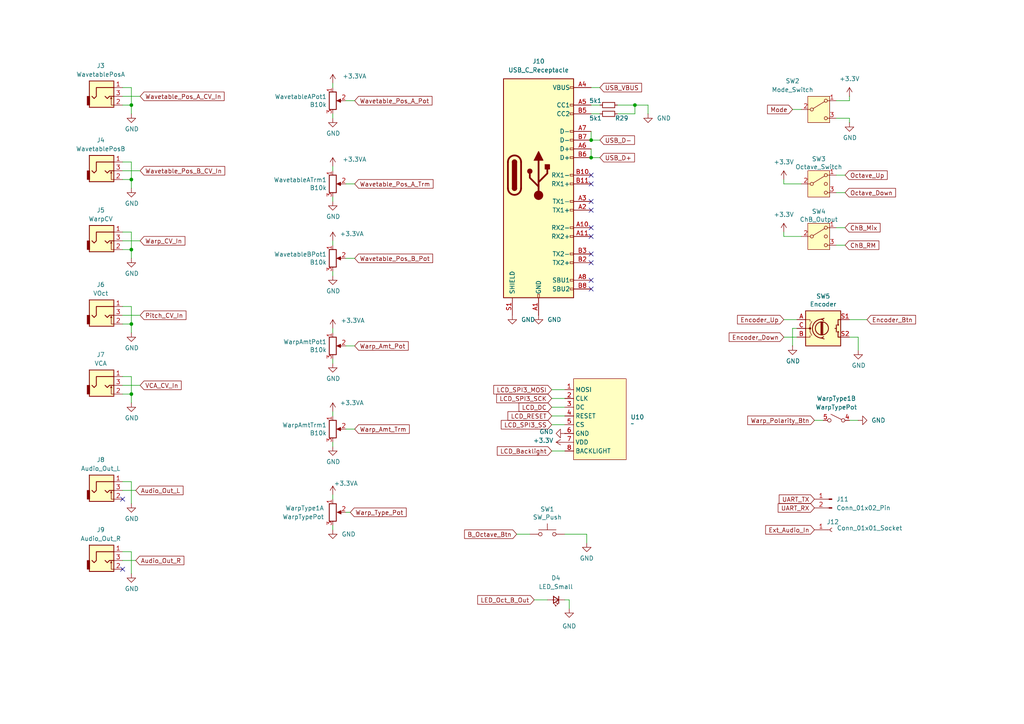
<source format=kicad_sch>
(kicad_sch (version 20231120) (generator "eeschema") (generator_version "8.0")
  (paper "A4")
  (title_block (title "Kishoof Controls") (date "2024-04-09") (rev "1.0") (company "Mountjoy Modular"))
  (lib_symbols
    (symbol "Connector:Conn_01x01_Socket" (pin_names (offset 1.016) hide)
      (property "Reference" "J" (at 0 2.54 0))
      (property "Value" "Conn_01x01_Socket" (at 0 -2.54 0))
      (symbol "Conn_01x01_Socket_1_1"
        (polyline (pts (xy -1.27 0) (xy -0.508 0)) (stroke (width 0.1524)))
        (arc (start 0 0.508) (mid -0.5058 0) (end 0 -0.508) (stroke (width 0.1524)))
        (pin passive line (at -5.08 0 0) (length 3.81) (name "Pin_1") (number "1"))
      )
    )
    (symbol "Connector:Conn_01x02_Pin" (pin_names (offset 1.016) hide)
      (property "Reference" "J" (at 0 2.54 0))
      (property "Value" "Conn_01x02_Pin" (at 0 -5.08 0))
      (symbol "Conn_01x02_Pin_1_1"
        (polyline (pts (xy 1.27 -2.54) (xy 0.8636 -2.54)) (stroke (width 0.1524)))
        (polyline (pts (xy 1.27 0) (xy 0.8636 0)) (stroke (width 0.1524)))
        (rectangle (start 0.8636 -2.413) (end 0 -2.667) (stroke (width 0.1524)) (fill (type outline)))
        (rectangle (start 0.8636 0.127) (end 0 -0.127) (stroke (width 0.1524)) (fill (type outline)))
        (pin passive line (at 5.08 0 180) (length 3.81) (name "Pin_1") (number "1"))
        (pin passive line (at 5.08 -2.54 180) (length 3.81) (name "Pin_2") (number "2"))
      )
    )
    (symbol "Connector:USB_C_Receptacle" (pin_names (offset 1.016))
      (property "Reference" "J" (at -10.16 29.21 0))
      (property "Value" "USB_C_Receptacle" (at 10.16 29.21 0))
      (symbol "USB_C_Receptacle_0_0"
        (rectangle (start -0.254 -35.56) (end 0.254 -34.544))
        (rectangle (start 10.16 -32.766) (end 9.144 -33.274))
        (rectangle (start 10.16 -30.226) (end 9.144 -30.734))
        (rectangle (start 10.16 -25.146) (end 9.144 -25.654))
        (rectangle (start 10.16 -22.606) (end 9.144 -23.114))
        (rectangle (start 10.16 -17.526) (end 9.144 -18.034))
        (rectangle (start 10.16 -14.986) (end 9.144 -15.494))
        (rectangle (start 10.16 -9.906) (end 9.144 -10.414))
        (rectangle (start 10.16 -7.366) (end 9.144 -7.874))
        (rectangle (start 10.16 -2.286) (end 9.144 -2.794))
        (rectangle (start 10.16 0.254) (end 9.144 -0.254))
        (rectangle (start 10.16 5.334) (end 9.144 4.826))
        (rectangle (start 10.16 7.874) (end 9.144 7.366))
        (rectangle (start 10.16 10.414) (end 9.144 9.906))
        (rectangle (start 10.16 12.954) (end 9.144 12.446))
        (rectangle (start 10.16 18.034) (end 9.144 17.526))
        (rectangle (start 10.16 20.574) (end 9.144 20.066))
        (rectangle (start 10.16 25.654) (end 9.144 25.146))
      )
      (symbol "USB_C_Receptacle_0_1"
        (rectangle (start -10.16 27.94) (end 10.16 -35.56) (stroke (width 0.254)) (fill (type background)))
        (arc (start -8.89 -3.81) (mid -6.985 -5.7067) (end -5.08 -3.81) (stroke (width 0.508)))
        (arc (start -7.62 -3.81) (mid -6.985 -4.4423) (end -6.35 -3.81) (stroke (width 0.254)))
        (arc (start -7.62 -3.81) (mid -6.985 -4.4423) (end -6.35 -3.81) (stroke (width 0.254)) (fill (type outline)))
        (rectangle (start -7.62 -3.81) (end -6.35 3.81) (stroke (width 0.254)) (fill (type outline)))
        (arc (start -6.35 3.81) (mid -6.985 4.4423) (end -7.62 3.81) (stroke (width 0.254)))
        (arc (start -6.35 3.81) (mid -6.985 4.4423) (end -7.62 3.81) (stroke (width 0.254)) (fill (type outline)))
        (arc (start -5.08 3.81) (mid -6.985 5.7067) (end -8.89 3.81) (stroke (width 0.508)))
        (polyline (pts (xy -8.89 -3.81) (xy -8.89 3.81)) (stroke (width 0.508)))
        (polyline (pts (xy -5.08 3.81) (xy -5.08 -3.81)) (stroke (width 0.508)))
      )
      (symbol "USB_C_Receptacle_1_1"
        (circle (center -2.54 1.143) (radius 0.635) (stroke (width 0.254)) (fill (type outline)))
        (circle (center 0 -5.842) (radius 1.27) (fill (type outline)))
        (polyline (pts (xy 0 -5.842) (xy 0 4.318)) (stroke (width 0.508)))
        (polyline (pts (xy 0 -3.302) (xy -2.54 -0.762) (xy -2.54 0.508)) (stroke (width 0.508)))
        (polyline (pts (xy 0 -2.032) (xy 2.54 0.508) (xy 2.54 1.778)) (stroke (width 0.508)))
        (polyline (pts (xy -1.27 4.318) (xy 0 6.858) (xy 1.27 4.318) (xy -1.27 4.318)) (stroke (width 0.254)) (fill (type outline)))
        (rectangle (start 1.905 1.778) (end 3.175 3.048) (stroke (width 0.254)) (fill (type outline)))
        (pin passive line (at 0 -40.64 90) (length 5.08) (name "GND") (number "A1"))
        (pin bidirectional line (at 15.24 -15.24 180) (length 5.08) (name "RX2-") (number "A10"))
        (pin bidirectional line (at 15.24 -17.78 180) (length 5.08) (name "RX2+") (number "A11"))
        (pin passive line (at 0 -40.64 90) (length 5.08) hide (name "GND") (number "A12"))
        (pin bidirectional line (at 15.24 -10.16 180) (length 5.08) (name "TX1+") (number "A2"))
        (pin bidirectional line (at 15.24 -7.62 180) (length 5.08) (name "TX1-") (number "A3"))
        (pin passive line (at 15.24 25.4 180) (length 5.08) (name "VBUS") (number "A4"))
        (pin bidirectional line (at 15.24 20.32 180) (length 5.08) (name "CC1") (number "A5"))
        (pin bidirectional line (at 15.24 7.62 180) (length 5.08) (name "D+") (number "A6"))
        (pin bidirectional line (at 15.24 12.7 180) (length 5.08) (name "D-") (number "A7"))
        (pin bidirectional line (at 15.24 -30.48 180) (length 5.08) (name "SBU1") (number "A8"))
        (pin passive line (at 15.24 25.4 180) (length 5.08) hide (name "VBUS") (number "A9"))
        (pin passive line (at 0 -40.64 90) (length 5.08) hide (name "GND") (number "B1"))
        (pin bidirectional line (at 15.24 0 180) (length 5.08) (name "RX1-") (number "B10"))
        (pin bidirectional line (at 15.24 -2.54 180) (length 5.08) (name "RX1+") (number "B11"))
        (pin passive line (at 0 -40.64 90) (length 5.08) hide (name "GND") (number "B12"))
        (pin bidirectional line (at 15.24 -25.4 180) (length 5.08) (name "TX2+") (number "B2"))
        (pin bidirectional line (at 15.24 -22.86 180) (length 5.08) (name "TX2-") (number "B3"))
        (pin passive line (at 15.24 25.4 180) (length 5.08) hide (name "VBUS") (number "B4"))
        (pin bidirectional line (at 15.24 17.78 180) (length 5.08) (name "CC2") (number "B5"))
        (pin bidirectional line (at 15.24 5.08 180) (length 5.08) (name "D+") (number "B6"))
        (pin bidirectional line (at 15.24 10.16 180) (length 5.08) (name "D-") (number "B7"))
        (pin bidirectional line (at 15.24 -33.02 180) (length 5.08) (name "SBU2") (number "B8"))
        (pin passive line (at 15.24 25.4 180) (length 5.08) hide (name "VBUS") (number "B9"))
        (pin passive line (at -7.62 -40.64 90) (length 5.08) (name "SHIELD") (number "S1"))
      )
    )
    (symbol "Device:LED_Small" (pin_numbers hide) (pin_names (offset 0.254) hide)
      (property "Reference" "D" (at -1.27 3.175 0))
      (property "Value" "LED_Small" (at -4.445 -2.54 0))
      (symbol "LED_Small_0_1"
        (polyline (pts (xy -0.762 -1.016) (xy -0.762 1.016)) (stroke (width 0.254)))
        (polyline (pts (xy 1.016 0) (xy -0.762 0)))
        (polyline (pts (xy 0.762 -1.016) (xy -0.762 0) (xy 0.762 1.016) (xy 0.762 -1.016)) (stroke (width 0.254)))
        (polyline (pts (xy 0 0.762) (xy -0.508 1.27) (xy -0.254 1.27) (xy -0.508 1.27) (xy -0.508 1.016)))
        (polyline (pts (xy 0.508 1.27) (xy 0 1.778) (xy 0.254 1.778) (xy 0 1.778) (xy 0 1.524)))
      )
      (symbol "LED_Small_1_1"
        (pin passive line (at -2.54 0 0) (length 1.778) (name "K") (number "1"))
        (pin passive line (at 2.54 0 180) (length 1.778) (name "A") (number "2"))
      )
    )
    (symbol "Device:R_Potentiometer" (pin_names (offset 1.016) hide)
      (property "Reference" "RV" (at -4.445 0 90))
      (property "Value" "R_Potentiometer" (at -2.54 0 90))
      (symbol "R_Potentiometer_0_1"
        (polyline (pts (xy 2.54 0) (xy 1.524 0)))
        (polyline (pts (xy 1.143 0) (xy 2.286 0.508) (xy 2.286 -0.508) (xy 1.143 0)) (fill (type outline)))
        (rectangle (start 1.016 2.54) (end -1.016 -2.54) (stroke (width 0.254)))
      )
      (symbol "R_Potentiometer_1_1"
        (pin passive line (at 0 3.81 270) (length 1.27) (name "1") (number "1"))
        (pin passive line (at 3.81 0 180) (length 1.27) (name "2") (number "2"))
        (pin passive line (at 0 -3.81 90) (length 1.27) (name "3") (number "3"))
      )
    )
    (symbol "Device:R_Small" (pin_numbers hide) (pin_names (offset 0.254) hide)
      (property "Reference" "R" (at 0.762 0.508 0))
      (property "Value" "R_Small" (at 0.762 -1.016 0))
      (symbol "R_Small_0_1"
        (rectangle (start -0.762 1.778) (end 0.762 -1.778) (stroke (width 0.2032)))
      )
      (symbol "R_Small_1_1"
        (pin passive line (at 0 2.54 270) (length 0.762) (name "~") (number "1"))
        (pin passive line (at 0 -2.54 90) (length 0.762) (name "~") (number "2"))
      )
    )
    (symbol "Device:RotaryEncoder_Switch" (pin_names (offset 0.254) hide)
      (property "Reference" "SW" (at 0 6.604 0))
      (property "Value" "RotaryEncoder_Switch" (at 0 -6.604 0))
      (symbol "RotaryEncoder_Switch_0_1"
        (rectangle (start -5.08 5.08) (end 5.08 -5.08) (stroke (width 0.254)) (fill (type background)))
        (circle (center -3.81 0) (radius 0.254) (fill (type outline)))
        (circle (center -0.381 0) (radius 1.905) (stroke (width 0.254)))
        (arc (start -0.381 2.667) (mid -3.0988 -0.0635) (end -0.381 -2.794) (stroke (width 0.254)))
        (polyline (pts (xy -0.635 -1.778) (xy -0.635 1.778)) (stroke (width 0.254)))
        (polyline (pts (xy -0.381 -1.778) (xy -0.381 1.778)) (stroke (width 0.254)))
        (polyline (pts (xy -0.127 1.778) (xy -0.127 -1.778)) (stroke (width 0.254)))
        (polyline (pts (xy 3.81 0) (xy 3.429 0)) (stroke (width 0.254)))
        (polyline (pts (xy 3.81 1.016) (xy 3.81 -1.016)) (stroke (width 0.254)))
        (polyline (pts (xy -5.08 -2.54) (xy -3.81 -2.54) (xy -3.81 -2.032)))
        (polyline (pts (xy -5.08 2.54) (xy -3.81 2.54) (xy -3.81 2.032)))
        (polyline (pts (xy 0.254 -3.048) (xy -0.508 -2.794) (xy 0.127 -2.413)) (stroke (width 0.254)))
        (polyline (pts (xy 0.254 2.921) (xy -0.508 2.667) (xy 0.127 2.286)) (stroke (width 0.254)))
        (polyline (pts (xy 5.08 -2.54) (xy 4.318 -2.54) (xy 4.318 -1.016)) (stroke (width 0.254)))
        (polyline (pts (xy 5.08 2.54) (xy 4.318 2.54) (xy 4.318 1.016)) (stroke (width 0.254)))
        (polyline (pts (xy -5.08 0) (xy -3.81 0) (xy -3.81 -1.016) (xy -3.302 -2.032)))
        (polyline (pts (xy -4.318 0) (xy -3.81 0) (xy -3.81 1.016) (xy -3.302 2.032)))
        (circle (center 4.318 -1.016) (radius 0.127) (stroke (width 0.254)))
        (circle (center 4.318 1.016) (radius 0.127) (stroke (width 0.254)))
      )
      (symbol "RotaryEncoder_Switch_1_1"
        (pin passive line (at -7.62 2.54 0) (length 2.54) (name "A") (number "A"))
        (pin passive line (at -7.62 -2.54 0) (length 2.54) (name "B") (number "B"))
        (pin passive line (at -7.62 0 0) (length 2.54) (name "C") (number "C"))
        (pin passive line (at 7.62 2.54 180) (length 2.54) (name "S1") (number "S1"))
        (pin passive line (at 7.62 -2.54 180) (length 2.54) (name "S2") (number "S2"))
      )
    )
    (symbol "Mountjoy:LCD_Riser"
      (property "Reference" "U" (at 0 -14.732 0))
      (symbol "LCD_Riser_0_0"
        (pin input line (at -10.16 7.62 0) (length 2.54) (name "MOSI") (number "1"))
        (pin input line (at -10.16 5.08 0) (length 2.54) (name "CLK") (number "2"))
        (pin input line (at -10.16 2.54 0) (length 2.54) (name "DC") (number "3"))
        (pin input line (at -10.16 0 0) (length 2.54) (name "RESET") (number "4"))
        (pin input line (at -10.16 -2.54 0) (length 2.54) (name "CS") (number "5"))
        (pin power_in line (at -10.16 -5.08 0) (length 2.54) (name "GND") (number "6"))
        (pin power_in line (at -10.16 -7.62 0) (length 2.54) (name "VDD") (number "7"))
        (pin input line (at -10.16 -10.16 0) (length 2.54) (name "BACKLIGHT") (number "8"))
      )
      (symbol "LCD_Riser_0_1"
        (rectangle (start -7.62 10.795) (end 7.62 -12.7) (fill (type background)))
      )
    )
    (symbol "Mountjoy:Switch_Potentiometer" (pin_names (offset 1.016) hide)
      (property "Reference" "RV" (at -7.62 1.27 90))
      (property "Value" "Switch_Potentiometer" (at -5.08 0 90))
      (symbol "Switch_Potentiometer_1_1"
        (rectangle (start -1.016 2.4892) (end 1.016 -2.5908) (stroke (width 0.254)))
        (polyline (pts (xy 1.27 0) (xy 2.413 0.508) (xy 2.413 -0.508) (xy 1.27 0)) (fill (type outline)))
        (pin passive line (at 0 3.81 270) (length 1.27) (name "1") (number "1"))
        (pin passive line (at 3.81 0 180) (length 1.27) (name "2") (number "2"))
        (pin passive line (at 0 -3.81 90) (length 1.27) (name "3") (number "3"))
      )
      (symbol "Switch_Potentiometer_2_0"
        (circle (center -1.9812 0) (radius 0.508))
        (polyline (pts (xy -1.4732 0.254) (xy 1.5748 1.778)))
        (circle (center 2.032 0) (radius 0.508))
      )
      (symbol "Switch_Potentiometer_2_1"
        (pin passive line (at -3.81 0 0) (length 1.27) (name "1") (number "4"))
        (pin passive line (at 3.81 0 180) (length 1.27) (name "2") (number "5"))
      )
    )
    (symbol "Switch:SW_Push" (pin_numbers hide) (pin_names (offset 1.016) hide)
      (property "Reference" "SW" (at 1.27 2.54 0))
      (property "Value" "SW_Push" (at 0 -1.524 0))
      (symbol "SW_Push_0_1"
        (circle (center -2.032 0) (radius 0.508))
        (polyline (pts (xy 0 1.27) (xy 0 3.048)))
        (polyline (pts (xy 2.54 1.27) (xy -2.54 1.27)))
        (circle (center 2.032 0) (radius 0.508))
        (pin passive line (at -5.08 0 0) (length 2.54) (name "1") (number "1"))
        (pin passive line (at 5.08 0 180) (length 2.54) (name "2") (number "2"))
      )
    )
    (symbol "Switch:SW_SPDT" (pin_names (offset 0) hide)
      (property "Reference" "SW" (at 0 5.08 0))
      (property "Value" "SW_SPDT" (at 0 -5.08 0))
      (symbol "SW_SPDT_0_1"
        (circle (center -2.032 0) (radius 0.4572))
        (polyline (pts (xy -1.651 0.254) (xy 1.651 2.286)))
        (circle (center 2.032 -2.54) (radius 0.4572))
        (circle (center 2.032 2.54) (radius 0.4572))
      )
      (symbol "SW_SPDT_1_1"
        (rectangle (start -3.175 3.81) (end 3.175 -3.81) (fill (type background)))
        (pin passive line (at 5.08 2.54 180) (length 2.54) (name "A") (number "1"))
        (pin passive line (at -5.08 0 0) (length 2.54) (name "B") (number "2"))
        (pin passive line (at 5.08 -2.54 180) (length 2.54) (name "C") (number "3"))
      )
    )
    (symbol "Switch:SW_SPDT_MSM" (pin_names (offset 0) hide)
      (property "Reference" "SW" (at 0 5.08 0))
      (property "Value" "SW_SPDT_MSM" (at 0 -5.08 0))
      (symbol "SW_SPDT_MSM_0_1"
        (circle (center -2.032 0) (radius 0.4572))
        (polyline (pts (xy -1.651 0.254) (xy 1.651 2.286)))
        (circle (center 2.032 -2.54) (radius 0.4572))
        (circle (center 2.032 0) (radius 0.4572))
        (circle (center 2.032 2.54) (radius 0.4572))
      )
      (symbol "SW_SPDT_MSM_1_1"
        (rectangle (start -3.175 3.81) (end 3.175 -3.81) (fill (type background)))
        (pin passive line (at 5.08 2.54 180) (length 2.54) (name "1") (number "1"))
        (pin passive line (at -5.08 0 0) (length 2.54) (name "3") (number "2"))
        (pin passive line (at 5.08 -2.54 180) (length 2.54) (name "4") (number "3"))
      )
    )
    (symbol "power:+3.3V" (power) (pin_numbers hide) (pin_names (offset 0) hide)
      (property "Value" "+3.3V" (at 0 3.556 0))
      (symbol "+3.3V_0_1"
        (polyline (pts (xy -0.762 1.27) (xy 0 2.54)))
        (polyline (pts (xy 0 0) (xy 0 2.54)))
        (polyline (pts (xy 0 2.54) (xy 0.762 1.27)))
      )
      (symbol "+3.3V_1_1"
        (pin power_in line (at 0 0 90) (length 0) (name "~") (number "1"))
      )
    )
    (symbol "power:+3.3VA" (power) (pin_numbers hide) (pin_names (offset 0) hide)
      (property "Value" "+3.3VA" (at 0 3.556 0))
      (symbol "+3.3VA_0_1"
        (polyline (pts (xy -0.762 1.27) (xy 0 2.54)))
        (polyline (pts (xy 0 0) (xy 0 2.54)))
        (polyline (pts (xy 0 2.54) (xy 0.762 1.27)))
      )
      (symbol "+3.3VA_1_1"
        (pin power_in line (at 0 0 90) (length 0) (name "~") (number "1"))
      )
    )
    (symbol "power:GND" (power) (pin_numbers hide) (pin_names (offset 0) hide)
      (property "Value" "GND" (at 0 -3.81 0))
      (symbol "GND_0_1"
        (polyline (pts (xy 0 0) (xy 0 -1.27) (xy 1.27 -1.27) (xy 0 -2.54) (xy -1.27 -1.27) (xy 0 -1.27)))
      )
      (symbol "GND_1_1"
        (pin power_in line (at 0 0 270) (length 0) (name "~") (number "1"))
      )
    )
    (symbol "thonkiconn:AudioJack2_Ground_Switch" (pin_names (offset 1.016))
      (property "Reference" "J" (at 0 8.89 0))
      (property "Value" "AudioJack2_Ground_Switch" (at 0 6.35 0))
      (symbol "AudioJack2_Ground_Switch_0_1"
        (rectangle (start -4.445 -2.54) (end -5.207 0) (fill (type outline)))
        (polyline (pts (xy 1.778 -0.254) (xy 2.032 -0.762)))
        (polyline (pts (xy 0 0) (xy 0.635 -0.635) (xy 1.27 0) (xy 2.54 0)) (stroke (width 0.254)))
        (polyline (pts (xy 2.54 -2.54) (xy 1.778 -2.54) (xy 1.778 -0.254) (xy 1.524 -0.762)))
        (polyline (pts (xy 2.54 2.54) (xy -2.54 2.54) (xy -2.54 0) (xy -3.175 -0.635) (xy -3.81 0)) (stroke (width 0.254)))
        (rectangle (start 2.54 -3.175) (end -4.572 4.445) (stroke (width 0.254)) (fill (type background)))
      )
      (symbol "AudioJack2_Ground_Switch_1_1"
        (pin passive line (at 5.08 2.54 180) (length 2.54) (name "~") (number "1"))
        (pin passive line (at 5.08 -2.54 180) (length 2.54) (name "~") (number "2"))
        (pin passive line (at 5.08 0 180) (length 2.54) (name "~") (number "3"))
      )
    )
  )
  (junction (at 171.45 40.64))
  (junction (at 38.1 93.98))
  (junction (at 38.1 52.07))
  (junction (at 38.1 72.39))
  (junction (at 184.15 30.48))
  (junction (at 38.1 30.48))
  (junction (at 171.45 45.72))
  (junction (at 38.1 114.3))
  (no_connect (at 171.45 60.96))
  (no_connect (at 171.45 50.8))
  (no_connect (at 171.45 58.42))
  (no_connect (at 171.45 73.66))
  (no_connect (at 35.56 144.78))
  (no_connect (at 171.45 81.28))
  (no_connect (at 171.45 66.04))
  (no_connect (at 171.45 76.2))
  (no_connect (at 171.45 68.58))
  (no_connect (at 35.56 165.1))
  (no_connect (at 171.45 83.82))
  (no_connect (at 171.45 53.34))
  (wire (pts (xy 96.52 128.27) (xy 96.52 129.54)))
  (wire (pts (xy 35.56 162.56) (xy 39.37 162.56)))
  (wire (pts (xy 154.94 173.99) (xy 158.75 173.99)))
  (wire (pts (xy 246.38 92.71) (xy 251.46 92.71)))
  (wire (pts (xy 242.57 29.21) (xy 246.38 29.21)))
  (wire (pts (xy 100.33 29.21) (xy 102.87 29.21)))
  (wire (pts (xy 163.83 173.99) (xy 165.1 173.99)))
  (wire (pts (xy 179.07 30.48) (xy 184.15 30.48)))
  (wire (pts (xy 229.87 100.33) (xy 229.87 95.25)))
  (wire (pts (xy 160.02 123.19) (xy 163.83 123.19)))
  (wire (pts (xy 35.56 67.31) (xy 38.1 67.31)))
  (wire (pts (xy 179.07 33.02) (xy 184.15 33.02)))
  (wire (pts (xy 248.92 97.79) (xy 248.92 101.6)))
  (wire (pts (xy 187.96 33.02) (xy 187.96 30.48)))
  (wire (pts (xy 227.33 52.07) (xy 227.33 53.34)))
  (wire (pts (xy 232.41 31.75) (xy 229.87 31.75)))
  (wire (pts (xy 38.1 46.99) (xy 38.1 52.07)))
  (wire (pts (xy 35.56 30.48) (xy 38.1 30.48)))
  (wire (pts (xy 35.56 142.24) (xy 39.37 142.24)))
  (wire (pts (xy 35.56 27.94) (xy 40.64 27.94)))
  (wire (pts (xy 184.15 30.48) (xy 184.15 33.02)))
  (wire (pts (xy 173.99 25.4) (xy 171.45 25.4)))
  (wire (pts (xy 35.56 114.3) (xy 38.1 114.3)))
  (wire (pts (xy 96.52 104.14) (xy 96.52 105.41)))
  (wire (pts (xy 38.1 72.39) (xy 38.1 74.93)))
  (wire (pts (xy 35.56 109.22) (xy 38.1 109.22)))
  (wire (pts (xy 160.02 130.81) (xy 163.83 130.81)))
  (wire (pts (xy 246.38 97.79) (xy 248.92 97.79)))
  (wire (pts (xy 35.56 46.99) (xy 38.1 46.99)))
  (wire (pts (xy 171.45 45.72) (xy 173.99 45.72)))
  (wire (pts (xy 35.56 25.4) (xy 38.1 25.4)))
  (wire (pts (xy 35.56 160.02) (xy 38.1 160.02)))
  (wire (pts (xy 163.83 154.94) (xy 170.18 154.94)))
  (wire (pts (xy 242.57 55.88) (xy 245.11 55.88)))
  (wire (pts (xy 227.33 67.31) (xy 227.33 68.58)))
  (wire (pts (xy 100.33 74.93) (xy 102.87 74.93)))
  (wire (pts (xy 35.56 49.53) (xy 40.64 49.53)))
  (wire (pts (xy 242.57 71.12) (xy 245.11 71.12)))
  (wire (pts (xy 38.1 109.22) (xy 38.1 114.3)))
  (wire (pts (xy 38.1 93.98) (xy 38.1 96.52)))
  (wire (pts (xy 96.52 24.13) (xy 96.52 25.4)))
  (wire (pts (xy 232.41 68.58) (xy 227.33 68.58)))
  (wire (pts (xy 38.1 52.07) (xy 38.1 54.61)))
  (wire (pts (xy 38.1 30.48) (xy 38.1 33.02)))
  (wire (pts (xy 96.52 153.67) (xy 96.52 152.4)))
  (wire (pts (xy 100.33 124.46) (xy 102.87 124.46)))
  (wire (pts (xy 38.1 25.4) (xy 38.1 30.48)))
  (wire (pts (xy 160.02 120.65) (xy 163.83 120.65)))
  (wire (pts (xy 149.86 154.94) (xy 153.67 154.94)))
  (wire (pts (xy 35.56 93.98) (xy 38.1 93.98)))
  (wire (pts (xy 160.02 118.11) (xy 163.83 118.11)))
  (wire (pts (xy 38.1 114.3) (xy 38.1 116.84)))
  (wire (pts (xy 242.57 34.29) (xy 246.38 34.29)))
  (wire (pts (xy 227.33 92.71) (xy 231.14 92.71)))
  (wire (pts (xy 38.1 88.9) (xy 38.1 93.98)))
  (wire (pts (xy 38.1 160.02) (xy 38.1 166.37)))
  (wire (pts (xy 229.87 95.25) (xy 231.14 95.25)))
  (wire (pts (xy 96.52 57.15) (xy 96.52 58.42)))
  (wire (pts (xy 35.56 139.7) (xy 38.1 139.7)))
  (wire (pts (xy 100.33 53.34) (xy 102.87 53.34)))
  (wire (pts (xy 96.52 119.38) (xy 96.52 120.65)))
  (wire (pts (xy 171.45 33.02) (xy 173.99 33.02)))
  (wire (pts (xy 171.45 43.18) (xy 171.45 45.72)))
  (wire (pts (xy 35.56 88.9) (xy 38.1 88.9)))
  (wire (pts (xy 242.57 50.8) (xy 245.11 50.8)))
  (wire (pts (xy 101.6 148.59) (xy 100.33 148.59)))
  (wire (pts (xy 165.1 173.99) (xy 165.1 176.53)))
  (wire (pts (xy 160.02 113.03) (xy 163.83 113.03)))
  (wire (pts (xy 96.52 78.74) (xy 96.52 80.01)))
  (wire (pts (xy 171.45 30.48) (xy 173.99 30.48)))
  (wire (pts (xy 38.1 139.7) (xy 38.1 146.05)))
  (wire (pts (xy 246.38 121.92) (xy 248.92 121.92)))
  (wire (pts (xy 96.52 48.26) (xy 96.52 49.53)))
  (wire (pts (xy 232.41 53.34) (xy 227.33 53.34)))
  (wire (pts (xy 35.56 52.07) (xy 38.1 52.07)))
  (wire (pts (xy 96.52 69.85) (xy 96.52 71.12)))
  (wire (pts (xy 35.56 111.76) (xy 40.64 111.76)))
  (wire (pts (xy 171.45 38.1) (xy 171.45 40.64)))
  (wire (pts (xy 246.38 27.94) (xy 246.38 29.21)))
  (wire (pts (xy 35.56 69.85) (xy 40.64 69.85)))
  (wire (pts (xy 173.99 40.64) (xy 171.45 40.64)))
  (wire (pts (xy 170.18 154.94) (xy 170.18 157.48)))
  (wire (pts (xy 96.52 33.02) (xy 96.52 34.29)))
  (wire (pts (xy 242.57 66.04) (xy 245.11 66.04)))
  (wire (pts (xy 100.33 100.33) (xy 102.87 100.33)))
  (wire (pts (xy 38.1 67.31) (xy 38.1 72.39)))
  (wire (pts (xy 35.56 72.39) (xy 38.1 72.39)))
  (wire (pts (xy 236.22 121.92) (xy 238.76 121.92)))
  (wire (pts (xy 227.33 97.79) (xy 231.14 97.79)))
  (wire (pts (xy 35.56 91.44) (xy 40.64 91.44)))
  (wire (pts (xy 246.38 34.29) (xy 246.38 35.56)))
  (wire (pts (xy 187.96 30.48) (xy 184.15 30.48)))
  (wire (pts (xy 96.52 143.51) (xy 96.52 144.78)))
  (wire (pts (xy 96.52 95.25) (xy 96.52 96.52)))
  (wire (pts (xy 160.02 115.57) (xy 163.83 115.57)))
  (global_label "Pitch_CV_In" (shape input) (at 40.64 91.44 0) (property "Intersheetrefs" "${INTERSHEET_REFS}" (effects (hide yes))))
  (global_label "Warp_Amt_Trm" (shape input) (at 102.87 124.46 0) (property "Intersheetrefs" "${INTERSHEET_REFS}" (effects (hide yes))))
  (global_label "Mode" (shape input) (at 229.87 31.75 180) (property "Intersheetrefs" "${INTERSHEET_REFS}" (effects (hide yes))))
  (global_label "Audio_Out_R" (shape input) (at 39.37 162.56 0) (property "Intersheetrefs" "${INTERSHEET_REFS}" (effects (hide yes))))
  (global_label "LCD_RESET" (shape input) (at 160.02 120.65 180) (property "Intersheetrefs" "${INTERSHEET_REFS}" (effects (hide yes))))
  (global_label "Wavetable_Pos_B_Pot" (shape input) (at 102.87 74.93 0) (property "Intersheetrefs" "${INTERSHEET_REFS}" (effects (hide yes))))
  (global_label "UART_TX" (shape input) (at 236.22 144.78 180) (property "Intersheetrefs" "${INTERSHEET_REFS}" (effects (hide yes))))
  (global_label "B_Octave_Btn" (shape input) (at 149.86 154.94 180) (property "Intersheetrefs" "${INTERSHEET_REFS}" (effects (hide yes))))
  (global_label "LCD_SPI3_SCK" (shape input) (at 160.02 115.57 180) (property "Intersheetrefs" "${INTERSHEET_REFS}" (effects (hide yes))))
  (global_label "LCD_DC" (shape input) (at 160.02 118.11 180) (property "Intersheetrefs" "${INTERSHEET_REFS}" (effects (hide yes))))
  (global_label "Encoder_Btn" (shape input) (at 251.46 92.71 0) (property "Intersheetrefs" "${INTERSHEET_REFS}" (effects (hide yes))))
  (global_label "Wavetable_Pos_A_CV_In" (shape input) (at 40.64 27.94 0) (property "Intersheetrefs" "${INTERSHEET_REFS}" (effects (hide yes))))
  (global_label "Warp_Type_Pot" (shape input) (at 101.6 148.59 0) (property "Intersheetrefs" "${INTERSHEET_REFS}" (effects (hide yes))))
  (global_label "Encoder_Up" (shape input) (at 227.33 92.71 180) (property "Intersheetrefs" "${INTERSHEET_REFS}" (effects (hide yes))))
  (global_label "Wavetable_Pos_A_Pot" (shape input) (at 102.87 29.21 0) (property "Intersheetrefs" "${INTERSHEET_REFS}" (effects (hide yes))))
  (global_label "Audio_Out_L" (shape input) (at 39.37 142.24 0) (property "Intersheetrefs" "${INTERSHEET_REFS}" (effects (hide yes))))
  (global_label "Wavetable_Pos_B_CV_In" (shape input) (at 40.64 49.53 0) (property "Intersheetrefs" "${INTERSHEET_REFS}" (effects (hide yes))))
  (global_label "LCD_Backlight" (shape input) (at 160.02 130.81 180) (property "Intersheetrefs" "${INTERSHEET_REFS}" (effects (hide yes))))
  (global_label "ChB_RM" (shape input) (at 245.11 71.12 0) (property "Intersheetrefs" "${INTERSHEET_REFS}" (effects (hide yes))))
  (global_label "USB_D-" (shape input) (at 173.99 40.64 0) (property "Intersheetrefs" "${INTERSHEET_REFS}" (effects (hide yes))))
  (global_label "LCD_SPI3_SS" (shape input) (at 160.02 123.19 180) (property "Intersheetrefs" "${INTERSHEET_REFS}" (effects (hide yes))))
  (global_label "LED_Oct_B_Out" (shape input) (at 154.94 173.99 180) (property "Intersheetrefs" "${INTERSHEET_REFS}" (effects (hide yes))))
  (global_label "Ext_Audio_In" (shape input) (at 236.22 153.67 180) (property "Intersheetrefs" "${INTERSHEET_REFS}" (effects (hide yes))))
  (global_label "VCA_CV_In" (shape input) (at 40.64 111.76 0) (property "Intersheetrefs" "${INTERSHEET_REFS}" (effects (hide yes))))
  (global_label "Warp_Polarity_Btn" (shape input) (at 236.22 121.92 180) (property "Intersheetrefs" "${INTERSHEET_REFS}" (effects (hide yes))))
  (global_label "UART_RX" (shape input) (at 236.22 147.32 180) (property "Intersheetrefs" "${INTERSHEET_REFS}" (effects (hide yes))))
  (global_label "Encoder_Down" (shape input) (at 227.33 97.79 180) (property "Intersheetrefs" "${INTERSHEET_REFS}" (effects (hide yes))))
  (global_label "USB_VBUS" (shape input) (at 173.99 25.4 0) (property "Intersheetrefs" "${INTERSHEET_REFS}" (effects (hide yes))))
  (global_label "ChB_Mix" (shape input) (at 245.11 66.04 0) (property "Intersheetrefs" "${INTERSHEET_REFS}" (effects (hide yes))))
  (global_label "Octave_Down" (shape input) (at 245.11 55.88 0) (property "Intersheetrefs" "${INTERSHEET_REFS}" (effects (hide yes))))
  (global_label "Warp_Amt_Pot" (shape input) (at 102.87 100.33 0) (property "Intersheetrefs" "${INTERSHEET_REFS}" (effects (hide yes))))
  (global_label "Octave_Up" (shape input) (at 245.11 50.8 0) (property "Intersheetrefs" "${INTERSHEET_REFS}" (effects (hide yes))))
  (global_label "Warp_CV_In" (shape input) (at 40.64 69.85 0) (property "Intersheetrefs" "${INTERSHEET_REFS}" (effects (hide yes))))
  (global_label "Wavetable_Pos_A_Trm" (shape input) (at 102.87 53.34 0) (property "Intersheetrefs" "${INTERSHEET_REFS}" (effects (hide yes))))
  (global_label "LCD_SPI3_MOSI" (shape input) (at 160.02 113.03 180) (property "Intersheetrefs" "${INTERSHEET_REFS}" (effects (hide yes))))
  (global_label "USB_D+" (shape input) (at 173.99 45.72 0) (property "Intersheetrefs" "${INTERSHEET_REFS}" (effects (hide yes))))
  (symbol (lib_id "power:GND") (at 38.1 146.05 0) (unit 1)
    (property "Reference" "#PWR064" (effects (hide yes)))
    (property "Value" "GND" (at 38.227 150.4442 0))
    (property "Description" "Power symbol creates a global label with name \"GND\" , ground" (effects (hide yes)))
  )
  (symbol (lib_id "power:GND") (at 96.52 153.67 0) (mirror y) (unit 1)
    (property "Reference" "#PWR078" (effects (hide yes)))
    (property "Value" "GND" (at 99.06 154.9399 0) (effects (justify right)))
    (property "Description" "Power symbol creates a global label with name \"GND\" , ground" (effects (hide yes)))
  )
  (symbol (lib_id "thonkiconn:AudioJack2_Ground_Switch") (at 30.48 69.85 0) (unit 1)
    (property "Reference" "J5" (at 29.21 60.96 0))
    (property "Value" "WarpCV" (at 29.21 63.5 0))
    (property "Footprint" "Custom_Footprints:THONKICONN_hole" (effects (hide yes)))
    (property "Description" "Audio Jack, 2 Poles (Mono / TS), Switched Pole (Normalling)" (effects (hide yes)))
  )
  (symbol (lib_id "power:GND") (at 38.1 33.02 0) (unit 1)
    (property "Reference" "#PWR059" (effects (hide yes)))
    (property "Value" "GND" (at 38.227 37.4142 0))
    (property "Description" "Power symbol creates a global label with name \"GND\" , ground" (effects (hide yes)))
  )
  (symbol (lib_id "Connector:Conn_01x02_Pin") (at 241.3 144.78 0) (mirror y) (unit 1)
    (property "Reference" "J11" (at 242.57 144.7799 0) (effects (justify right)))
    (property "Value" "Conn_01x02_Pin" (at 242.57 147.3199 0) (effects (justify right)))
    (property "Footprint" "Connector_PinHeader_2.54mm:PinHeader_1x02_P2.54mm_Vertical" (effects (hide yes)))
    (property "Description" "Generic connector, single row, 01x02, script generated" (effects (hide yes)))
  )
  (symbol (lib_id "Switch:SW_SPDT_MSM") (at 237.49 53.34 0) (unit 1)
    (property "Reference" "SW3" (at 237.49 46.101 0))
    (property "Value" "Octave_Switch" (at 237.49 48.4124 0))
    (property "Footprint" "Custom_Footprints:SP3T_Mini_Switch" (effects (hide yes)))
    (property "Description" "Switch, single pole double throw, center OFF position" (effects (hide yes)))
  )
  (symbol (lib_id "power:GND") (at 38.1 166.37 0) (unit 1)
    (property "Reference" "#PWR065" (effects (hide yes)))
    (property "Value" "GND" (at 38.227 170.7642 0))
    (property "Description" "Power symbol creates a global label with name \"GND\" , ground" (effects (hide yes)))
  )
  (symbol (lib_id "power:GND") (at 38.1 96.52 0) (unit 1)
    (property "Reference" "#PWR062" (effects (hide yes)))
    (property "Value" "GND" (at 38.227 100.9142 0))
    (property "Description" "Power symbol creates a global label with name \"GND\" , ground" (effects (hide yes)))
  )
  (symbol (lib_id "thonkiconn:AudioJack2_Ground_Switch") (at 30.48 91.44 0) (unit 1)
    (property "Reference" "J6" (at 29.21 82.55 0))
    (property "Value" "VOct" (at 29.21 85.09 0))
    (property "Footprint" "Custom_Footprints:THONKICONN_hole" (effects (hide yes)))
    (property "Description" "Audio Jack, 2 Poles (Mono / TS), Switched Pole (Normalling)" (effects (hide yes)))
  )
  (symbol (lib_id "Mountjoy:LCD_Riser") (at 173.99 120.65 0) (unit 1)
    (property "Reference" "U10" (at 182.88 120.9674 0) (effects (justify left)))
    (property "Value" "~" (at 182.88 122.8725 0) (effects (justify left)))
    (property "Footprint" "Custom_Footprints:LCD_Riser" (effects (hide yes)))
  )
  (symbol (lib_id "Device:R_Potentiometer") (at 96.52 29.21 0) (unit 1)
    (property "Reference" "WavetableAPot1" (at 94.7674 28.0416 0) (effects (justify right)))
    (property "Value" "B10k" (at 94.7674 30.353 0) (effects (justify right)))
    (property "Footprint" "Custom_Footprints:Alpha_9mm_Potentiometer_Aligned" (effects (hide yes)))
    (property "Description" "Potentiometer" (effects (hide yes)))
  )
  (symbol (lib_id "power:GND") (at 248.92 101.6 0) (unit 1)
    (property "Reference" "#PWR095" (effects (hide yes)))
    (property "Value" "GND" (at 249.047 105.9942 0))
    (property "Description" "Power symbol creates a global label with name \"GND\" , ground" (effects (hide yes)))
  )
  (symbol (lib_id "Connector:Conn_01x01_Socket") (at 241.3 153.67 0) (unit 1)
    (property "Reference" "J12" (at 241.554 151.384 0))
    (property "Value" "Conn_01x01_Socket" (at 252.222 153.162 0))
    (property "Footprint" "Connector_PinHeader_2.54mm:PinHeader_1x01_P2.54mm_Vertical" (effects (hide yes)))
    (property "Description" "Generic connector, single row, 01x01, script generated" (effects (hide yes)))
  )
  (symbol (lib_id "power:+3.3VA") (at 96.52 24.13 0) (unit 1)
    (property "Reference" "#PWR066" (effects (hide yes)))
    (property "Value" "+3.3VA" (at 99.314 22.098 0) (effects (justify left)))
    (property "Description" "Power symbol creates a global label with name \"+3.3VA\"" (effects (hide yes)))
  )
  (symbol (lib_id "thonkiconn:AudioJack2_Ground_Switch") (at 30.48 111.76 0) (unit 1)
    (property "Reference" "J7" (at 29.21 102.87 0))
    (property "Value" "VCA" (at 29.21 105.41 0))
    (property "Footprint" "Custom_Footprints:THONKICONN_hole" (effects (hide yes)))
    (property "Description" "Audio Jack, 2 Poles (Mono / TS), Switched Pole (Normalling)" (effects (hide yes)))
  )
  (symbol (lib_id "Device:RotaryEncoder_Switch") (at 238.76 95.25 0) (unit 1)
    (property "Reference" "SW5" (at 238.76 85.9282 0))
    (property "Value" "Encoder" (at 238.76 88.2396 0))
    (property "Footprint" "Custom_Footprints:Encoder" (effects (hide yes)))
    (property "Description" "Rotary encoder, dual channel, incremental quadrate outputs, with switch" (effects (hide yes)))
  )
  (symbol (lib_id "Device:LED_Small") (at 161.29 173.99 180) (unit 1)
    (property "Reference" "D4" (at 161.2265 167.64 0))
    (property "Value" "LED_Small" (at 161.2265 170.18 0))
    (property "Footprint" "LED_THT:LED_D3.0mm_FlatTop" (effects (hide yes)))
    (property "Description" "Light emitting diode, small symbol" (effects (hide yes)))
  )
  (symbol (lib_id "Connector:USB_C_Receptacle") (at 156.21 50.8 0) (unit 1)
    (property "Reference" "J10" (at 156.21 17.78 0))
    (property "Value" "USB_C_Receptacle" (at 156.21 20.32 0))
    (property "Footprint" "Custom_Footprints:USB_C_Receptacle_Amphenol_12401951E412A" (effects (hide yes)))
    (property "Datasheet" "https://www.usb.org/sites/default/files/documents/usb_type-c.zip" (effects (hide yes)))
    (property "Description" "USB Full-Featured Type-C Receptacle connector" (effects (hide yes)))
  )
  (symbol (lib_id "Switch:SW_SPDT") (at 237.49 31.75 0) (unit 1)
    (property "Reference" "SW2" (at 229.87 23.495 0))
    (property "Value" "Mode_Switch" (at 229.87 26.035 0))
    (property "Footprint" "Custom_Footprints:SPDT_Miniature" (effects (hide yes)))
    (property "Description" "Switch, single pole double throw" (effects (hide yes)))
  )
  (symbol (lib_id "Device:R_Potentiometer") (at 96.52 124.46 0) (unit 1)
    (property "Reference" "WarpAmtTrm1" (at 94.7674 123.2916 0) (effects (justify right)))
    (property "Value" "B10k" (at 94.7674 125.603 0) (effects (justify right)))
    (property "Footprint" "Custom_Footprints:Alpha_9mm_Potentiometer_Aligned" (effects (hide yes)))
    (property "Description" "Potentiometer" (effects (hide yes)))
  )
  (symbol (lib_id "power:+3.3V") (at 227.33 52.07 0) (unit 1)
    (property "Reference" "#PWR086" (effects (hide yes)))
    (property "Value" "+3.3V" (at 227.33 46.99 0))
    (property "Description" "Power symbol creates a global label with name \"+3.3V\"" (effects (hide yes)))
  )
  (symbol (lib_id "power:+3.3VA") (at 96.52 95.25 0) (unit 1)
    (property "Reference" "#PWR072" (effects (hide yes)))
    (property "Value" "+3.3VA" (at 98.806 92.964 0) (effects (justify left)))
    (property "Description" "Power symbol creates a global label with name \"+3.3VA\"" (effects (hide yes)))
  )
  (symbol (lib_id "Device:R_Small") (at 176.53 30.48 90) (unit 1)
    (property "Reference" "R28" (effects (hide yes)))
    (property "Value" "5k1" (at 172.72 29.21 90))
    (property "Footprint" "Resistor_SMD:R_0603_1608Metric" (effects (hide yes)))
    (property "Description" "Resistor, small symbol" (effects (hide yes)))
    (property "Part_Number" "C23186" (effects (hide yes)))
  )
  (symbol (lib_id "power:GND") (at 165.1 176.53 0) (mirror y) (unit 1)
    (property "Reference" "#PWR083" (effects (hide yes)))
    (property "Value" "GND" (at 165.1 181.61 0))
    (property "Description" "Power symbol creates a global label with name \"GND\" , ground" (effects (hide yes)))
  )
  (symbol (lib_id "Mountjoy:Switch_Potentiometer") (at 242.57 121.92 0) (mirror y) (unit 2)
    (property "Reference" "WarpType1" (at 242.57 115.57 0))
    (property "Value" "WarpTypePot" (at 242.57 118.11 0))
    (property "Footprint" "Custom_Footprints:Bourns_Switch_Potentiometer" (effects (hide yes)))
    (property "Description" "Potentiometer" (effects (hide yes)))
  )
  (symbol (lib_id "power:+3.3VA") (at 96.52 48.26 0) (unit 1)
    (property "Reference" "#PWR068" (effects (hide yes)))
    (property "Value" "+3.3VA" (at 99.314 46.228 0) (effects (justify left)))
    (property "Description" "Power symbol creates a global label with name \"+3.3VA\"" (effects (hide yes)))
  )
  (symbol (lib_id "power:+3.3V") (at 246.38 27.94 0) (unit 1)
    (property "Reference" "#PWR093" (effects (hide yes)))
    (property "Value" "+3.3V" (at 246.38 22.86 0))
    (property "Description" "Power symbol creates a global label with name \"+3.3V\"" (effects (hide yes)))
  )
  (symbol (lib_id "power:+3.3V") (at 163.83 128.27 90) (unit 1)
    (property "Reference" "#PWR082" (effects (hide yes)))
    (property "Value" "+3.3V" (at 160.528 127.762 90) (effects (justify left)))
    (property "Description" "Power symbol creates a global label with name \"+3.3V\"" (effects (hide yes)))
  )
  (symbol (lib_id "power:GND") (at 96.52 129.54 0) (unit 1)
    (property "Reference" "#PWR076" (effects (hide yes)))
    (property "Value" "GND" (at 96.647 133.9342 0))
    (property "Description" "Power symbol creates a global label with name \"GND\" , ground" (effects (hide yes)))
  )
  (symbol (lib_id "power:GND") (at 38.1 116.84 0) (unit 1)
    (property "Reference" "#PWR063" (effects (hide yes)))
    (property "Value" "GND" (at 38.227 121.2342 0))
    (property "Description" "Power symbol creates a global label with name \"GND\" , ground" (effects (hide yes)))
  )
  (symbol (lib_id "Switch:SW_SPDT_MSM") (at 237.49 68.58 0) (unit 1)
    (property "Reference" "SW4" (at 237.49 61.341 0))
    (property "Value" "ChB_Output" (at 237.49 63.6524 0))
    (property "Footprint" "Custom_Footprints:SP3T_Mini_Switch" (effects (hide yes)))
    (property "Description" "Switch, single pole double throw, center OFF position" (effects (hide yes)))
  )
  (symbol (lib_id "thonkiconn:AudioJack2_Ground_Switch") (at 30.48 27.94 0) (unit 1)
    (property "Reference" "J3" (at 29.21 19.05 0))
    (property "Value" "WavetablePosA" (at 29.21 21.59 0))
    (property "Footprint" "Custom_Footprints:THONKICONN_hole" (effects (hide yes)))
    (property "Description" "Audio Jack, 2 Poles (Mono / TS), Switched Pole (Normalling)" (effects (hide yes)))
  )
  (symbol (lib_id "power:GND") (at 96.52 80.01 0) (unit 1)
    (property "Reference" "#PWR071" (effects (hide yes)))
    (property "Value" "GND" (at 96.647 84.4042 0))
    (property "Description" "Power symbol creates a global label with name \"GND\" , ground" (effects (hide yes)))
  )
  (symbol (lib_id "power:GND") (at 38.1 54.61 0) (unit 1)
    (property "Reference" "#PWR060" (effects (hide yes)))
    (property "Value" "GND" (at 38.227 59.0042 0))
    (property "Description" "Power symbol creates a global label with name \"GND\" , ground" (effects (hide yes)))
  )
  (symbol (lib_id "thonkiconn:AudioJack2_Ground_Switch") (at 30.48 162.56 0) (unit 1)
    (property "Reference" "J9" (at 29.21 153.67 0))
    (property "Value" "Audio_Out_R" (at 29.21 156.21 0))
    (property "Footprint" "Custom_Footprints:THONKICONN_hole" (effects (hide yes)))
    (property "Description" "Audio Jack, 2 Poles (Mono / TS), Switched Pole (Normalling)" (effects (hide yes)))
  )
  (symbol (lib_id "thonkiconn:AudioJack2_Ground_Switch") (at 30.48 142.24 0) (unit 1)
    (property "Reference" "J8" (at 29.21 133.35 0))
    (property "Value" "Audio_Out_L" (at 29.21 135.89 0))
    (property "Footprint" "Custom_Footprints:THONKICONN_hole" (effects (hide yes)))
    (property "Description" "Audio Jack, 2 Poles (Mono / TS), Switched Pole (Normalling)" (effects (hide yes)))
  )
  (symbol (lib_id "power:GND") (at 163.83 125.73 270) (unit 1)
    (property "Reference" "#PWR081" (effects (hide yes)))
    (property "Value" "GND" (at 160.528 125.222 90) (effects (justify right)))
    (property "Description" "Power symbol creates a global label with name \"GND\" , ground" (effects (hide yes)))
  )
  (symbol (lib_id "Device:R_Small") (at 176.53 33.02 90) (unit 1)
    (property "Reference" "R29" (at 180.34 34.29 90))
    (property "Value" "5k1" (at 172.72 34.29 90))
    (property "Footprint" "Resistor_SMD:R_0603_1608Metric" (effects (hide yes)))
    (property "Description" "Resistor, small symbol" (effects (hide yes)))
    (property "Part_Number" "C23186" (effects (hide yes)))
  )
  (symbol (lib_id "power:GND") (at 38.1 74.93 0) (unit 1)
    (property "Reference" "#PWR061" (effects (hide yes)))
    (property "Value" "GND" (at 38.227 79.3242 0))
    (property "Description" "Power symbol creates a global label with name \"GND\" , ground" (effects (hide yes)))
  )
  (symbol (lib_id "power:+3.3VA") (at 96.52 119.38 0) (unit 1)
    (property "Reference" "#PWR075" (effects (hide yes)))
    (property "Value" "+3.3VA" (at 98.552 116.84 0) (effects (justify left)))
    (property "Description" "Power symbol creates a global label with name \"+3.3VA\"" (effects (hide yes)))
  )
  (symbol (lib_id "power:GND") (at 229.87 100.33 0) (unit 1)
    (property "Reference" "#PWR092" (effects (hide yes)))
    (property "Value" "GND" (at 229.997 104.7242 0))
    (property "Description" "Power symbol creates a global label with name \"GND\" , ground" (effects (hide yes)))
  )
  (symbol (lib_id "power:+3.3VA") (at 96.52 143.51 0) (unit 1)
    (property "Reference" "#PWR077" (effects (hide yes)))
    (property "Value" "+3.3VA" (at 100.33 140.208 0))
    (property "Description" "Power symbol creates a global label with name \"+3.3VA\"" (effects (hide yes)))
  )
  (symbol (lib_id "power:GND") (at 148.59 91.44 0) (unit 1)
    (property "Reference" "#PWR079" (effects (hide yes)))
    (property "Value" "GND" (at 151.13 92.7099 0) (effects (justify left)))
    (property "Description" "Power symbol creates a global label with name \"GND\" , ground" (effects (hide yes)))
  )
  (symbol (lib_id "power:+3.3VA") (at 96.52 69.85 0) (unit 1)
    (property "Reference" "#PWR070" (effects (hide yes)))
    (property "Value" "+3.3VA" (at 98.552 67.818 0) (effects (justify left)))
    (property "Description" "Power symbol creates a global label with name \"+3.3VA\"" (effects (hide yes)))
  )
  (symbol (lib_id "power:GND") (at 170.18 157.48 0) (unit 1)
    (property "Reference" "#PWR084" (effects (hide yes)))
    (property "Value" "GND" (at 170.18 161.925 0))
    (property "Description" "Power symbol creates a global label with name \"GND\" , ground" (effects (hide yes)))
  )
  (symbol (lib_id "power:GND") (at 246.38 35.56 0) (unit 1)
    (property "Reference" "#PWR094" (effects (hide yes)))
    (property "Value" "GND" (at 246.507 39.9542 0))
    (property "Description" "Power symbol creates a global label with name \"GND\" , ground" (effects (hide yes)))
  )
  (symbol (lib_id "power:GND") (at 248.92 121.92 90) (mirror x) (unit 1)
    (property "Reference" "#PWR0103" (effects (hide yes)))
    (property "Value" "GND" (at 252.73 121.9199 90) (effects (justify right)))
    (property "Description" "Power symbol creates a global label with name \"GND\" , ground" (effects (hide yes)))
  )
  (symbol (lib_id "power:GND") (at 187.96 33.02 0) (unit 1)
    (property "Reference" "#PWR085" (effects (hide yes)))
    (property "Value" "GND" (at 190.5 34.2899 0) (effects (justify left)))
    (property "Description" "Power symbol creates a global label with name \"GND\" , ground" (effects (hide yes)))
  )
  (symbol (lib_id "Device:R_Potentiometer") (at 96.52 100.33 0) (unit 1)
    (property "Reference" "WarpAmtPot1" (at 94.7674 99.1616 0) (effects (justify right)))
    (property "Value" "B10k" (at 94.7674 101.473 0) (effects (justify right)))
    (property "Footprint" "Custom_Footprints:Alpha_9mm_Potentiometer_Aligned" (effects (hide yes)))
    (property "Description" "Potentiometer" (effects (hide yes)))
  )
  (symbol (lib_id "Mountjoy:Switch_Potentiometer") (at 96.52 148.59 0) (unit 1)
    (property "Reference" "WarpType1" (at 93.98 147.3707 0) (effects (justify right)))
    (property "Value" "WarpTypePot" (at 93.98 149.9107 0) (effects (justify right)))
    (property "Footprint" "Custom_Footprints:Bourns_Switch_Potentiometer" (effects (hide yes)))
    (property "Description" "Potentiometer" (effects (hide yes)))
  )
  (symbol (lib_id "power:+3.3V") (at 227.33 67.31 0) (unit 1)
    (property "Reference" "#PWR087" (effects (hide yes)))
    (property "Value" "+3.3V" (at 227.33 62.23 0))
    (property "Description" "Power symbol creates a global label with name \"+3.3V\"" (effects (hide yes)))
  )
  (symbol (lib_id "Device:R_Potentiometer") (at 96.52 74.93 0) (unit 1)
    (property "Reference" "WavetableBPot1" (at 94.7674 73.7616 0) (effects (justify right)))
    (property "Value" "B10k" (at 94.7674 76.073 0) (effects (justify right)))
    (property "Footprint" "Custom_Footprints:Alpha_9mm_Potentiometer_Aligned" (effects (hide yes)))
    (property "Description" "Potentiometer" (effects (hide yes)))
  )
  (symbol (lib_id "Switch:SW_Push") (at 158.75 154.94 0) (unit 1)
    (property "Reference" "SW1" (at 158.75 147.701 0))
    (property "Value" "SW_Push" (at 158.75 150.0124 0))
    (property "Footprint" "Custom_Footprints:SW_PUSH_6mm_aligned" (effects (hide yes)))
    (property "Description" "Push button switch, generic, two pins" (effects (hide yes)))
  )
  (symbol (lib_id "power:GND") (at 96.52 58.42 0) (unit 1)
    (property "Reference" "#PWR069" (effects (hide yes)))
    (property "Value" "GND" (at 96.647 62.8142 0))
    (property "Description" "Power symbol creates a global label with name \"GND\" , ground" (effects (hide yes)))
  )
  (symbol (lib_id "power:GND") (at 156.21 91.44 0) (unit 1)
    (property "Reference" "#PWR080" (effects (hide yes)))
    (property "Value" "GND" (at 158.75 92.7099 0) (effects (justify left)))
    (property "Description" "Power symbol creates a global label with name \"GND\" , ground" (effects (hide yes)))
  )
  (symbol (lib_id "thonkiconn:AudioJack2_Ground_Switch") (at 30.48 49.53 0) (unit 1)
    (property "Reference" "J4" (at 29.21 40.64 0))
    (property "Value" "WavetablePosB" (at 29.21 43.18 0))
    (property "Footprint" "Custom_Footprints:THONKICONN_hole" (effects (hide yes)))
    (property "Description" "Audio Jack, 2 Poles (Mono / TS), Switched Pole (Normalling)" (effects (hide yes)))
  )
  (symbol (lib_id "power:GND") (at 96.52 105.41 0) (unit 1)
    (property "Reference" "#PWR074" (effects (hide yes)))
    (property "Value" "GND" (at 96.647 109.8042 0))
    (property "Description" "Power symbol creates a global label with name \"GND\" , ground" (effects (hide yes)))
  )
  (symbol (lib_id "power:GND") (at 96.52 34.29 0) (unit 1)
    (property "Reference" "#PWR067" (effects (hide yes)))
    (property "Value" "GND" (at 96.647 38.6842 0))
    (property "Description" "Power symbol creates a global label with name \"GND\" , ground" (effects (hide yes)))
  )
  (symbol (lib_id "Device:R_Potentiometer") (at 96.52 53.34 0) (unit 1)
    (property "Reference" "WavetableATrm1" (at 94.7674 52.1716 0) (effects (justify right)))
    (property "Value" "B10k" (at 94.7674 54.483 0) (effects (justify right)))
    (property "Footprint" "Custom_Footprints:Alpha_9mm_Potentiometer_Aligned" (effects (hide yes)))
    (property "Description" "Potentiometer" (effects (hide yes)))
  )
)
</source>
